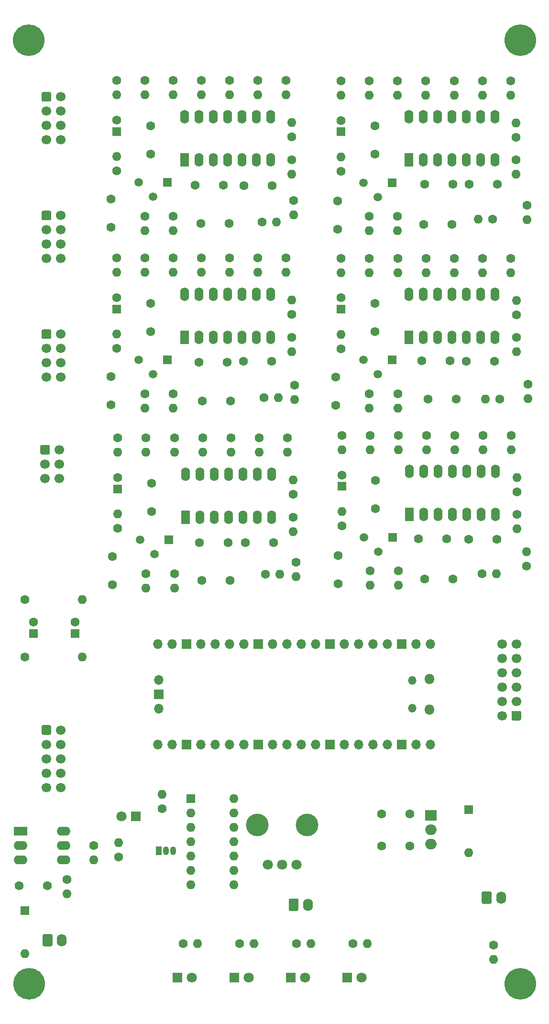
<source format=gbr>
%TF.GenerationSoftware,KiCad,Pcbnew,(5.1.7)-1*%
%TF.CreationDate,2023-03-08T08:19:23+00:00*%
%TF.ProjectId,KOSMO-POLY6-PICO-DCO-MB,4b4f534d-4f2d-4504-9f4c-59362d504943,v0.1.1*%
%TF.SameCoordinates,Original*%
%TF.FileFunction,Soldermask,Bot*%
%TF.FilePolarity,Negative*%
%FSLAX46Y46*%
G04 Gerber Fmt 4.6, Leading zero omitted, Abs format (unit mm)*
G04 Created by KiCad (PCBNEW (5.1.7)-1) date 2023-03-08 08:19:23*
%MOMM*%
%LPD*%
G01*
G04 APERTURE LIST*
%ADD10O,1.740000X2.190000*%
%ADD11C,1.600000*%
%ADD12O,1.700000X1.700000*%
%ADD13R,1.700000X1.700000*%
%ADD14O,1.800000X1.800000*%
%ADD15O,1.500000X1.500000*%
%ADD16C,1.700000*%
%ADD17O,1.600000X1.600000*%
%ADD18C,1.800000*%
%ADD19R,1.800000X1.800000*%
%ADD20R,1.600000X1.600000*%
%ADD21R,1.050000X1.500000*%
%ADD22O,1.050000X1.500000*%
%ADD23C,5.600000*%
%ADD24C,4.000000*%
%ADD25O,2.000000X1.905000*%
%ADD26R,2.000000X1.905000*%
%ADD27O,1.600000X2.400000*%
%ADD28R,1.600000X2.400000*%
%ADD29R,1.500000X1.500000*%
%ADD30C,1.500000*%
%ADD31O,2.400000X1.600000*%
%ADD32R,2.400000X1.600000*%
G04 APERTURE END LIST*
D10*
%TO.C,PG1*%
X95062000Y-176111000D03*
G36*
G01*
X91652000Y-176956001D02*
X91652000Y-175265999D01*
G75*
G02*
X91901999Y-175016000I249999J0D01*
G01*
X93142001Y-175016000D01*
G75*
G02*
X93392000Y-175265999I0J-249999D01*
G01*
X93392000Y-176956001D01*
G75*
G02*
X93142001Y-177206000I-249999J0D01*
G01*
X91901999Y-177206000D01*
G75*
G02*
X91652000Y-176956001I0J249999D01*
G01*
G37*
%TD*%
D11*
%TO.C,C41*%
X88963000Y-112015000D03*
X83963000Y-112015000D03*
%TD*%
%TO.C,C40*%
X128544000Y-111416000D03*
X123544000Y-111416000D03*
%TD*%
%TO.C,C39*%
X88661000Y-79943000D03*
X83661000Y-79943000D03*
%TD*%
%TO.C,C38*%
X128131000Y-79920000D03*
X123131000Y-79920000D03*
%TD*%
%TO.C,C37*%
X88711000Y-48888000D03*
X83711000Y-48888000D03*
%TD*%
%TO.C,C36*%
X128575000Y-48648000D03*
X123575000Y-48648000D03*
%TD*%
D12*
%TO.C,MCU1*%
X116712000Y-129983000D03*
X114172000Y-129983000D03*
D13*
X111632000Y-129983000D03*
D12*
X109092000Y-129983000D03*
X106552000Y-129983000D03*
X104012000Y-129983000D03*
X101472000Y-129983000D03*
D13*
X98932000Y-129983000D03*
D12*
X96392000Y-129983000D03*
X93852000Y-129983000D03*
X91312000Y-129983000D03*
X88772000Y-129983000D03*
D13*
X86232000Y-129983000D03*
D12*
X83692000Y-129983000D03*
X81152000Y-129983000D03*
X78612000Y-129983000D03*
X76072000Y-129983000D03*
D13*
X73532000Y-129983000D03*
D12*
X70992000Y-129983000D03*
X68452000Y-129983000D03*
X68452000Y-147763000D03*
X70992000Y-147763000D03*
D13*
X73532000Y-147763000D03*
D12*
X76072000Y-147763000D03*
X78612000Y-147763000D03*
X81152000Y-147763000D03*
X83692000Y-147763000D03*
D13*
X86232000Y-147763000D03*
D12*
X88772000Y-147763000D03*
X91312000Y-147763000D03*
X93852000Y-147763000D03*
X96392000Y-147763000D03*
D13*
X98932000Y-147763000D03*
D12*
X101472000Y-147763000D03*
X104012000Y-147763000D03*
X106552000Y-147763000D03*
X109092000Y-147763000D03*
D13*
X111632000Y-147763000D03*
D12*
X114172000Y-147763000D03*
X116712000Y-147763000D03*
D14*
X116582000Y-136148000D03*
X116582000Y-141598000D03*
D15*
X113552000Y-136448000D03*
X113552000Y-141298000D03*
D12*
X68682000Y-136333000D03*
D13*
X68682000Y-138873000D03*
D12*
X68682000Y-141413000D03*
%TD*%
D16*
%TO.C,MOD1*%
X129408000Y-129948000D03*
X129408000Y-132488000D03*
X129408000Y-135028000D03*
X129408000Y-137568000D03*
X129408000Y-140108000D03*
X129408000Y-142648000D03*
X131948000Y-129948000D03*
X131948000Y-132488000D03*
X131948000Y-135028000D03*
X131948000Y-137568000D03*
X131948000Y-140108000D03*
G36*
G01*
X132798000Y-142048000D02*
X132798000Y-143248000D01*
G75*
G02*
X132548000Y-143498000I-250000J0D01*
G01*
X131348000Y-143498000D01*
G75*
G02*
X131098000Y-143248000I0J250000D01*
G01*
X131098000Y-142048000D01*
G75*
G02*
X131348000Y-141798000I250000J0D01*
G01*
X132548000Y-141798000D01*
G75*
G02*
X132798000Y-142048000I0J-250000D01*
G01*
G37*
%TD*%
%TO.C,Power-OUT1*%
X51077000Y-100664000D03*
X51077000Y-98124000D03*
X51077000Y-95584000D03*
X48537000Y-100664000D03*
X48537000Y-98124000D03*
G36*
G01*
X47687000Y-96184000D02*
X47687000Y-94984000D01*
G75*
G02*
X47937000Y-94734000I250000J0D01*
G01*
X49137000Y-94734000D01*
G75*
G02*
X49387000Y-94984000I0J-250000D01*
G01*
X49387000Y-96184000D01*
G75*
G02*
X49137000Y-96434000I-250000J0D01*
G01*
X47937000Y-96434000D01*
G75*
G02*
X47687000Y-96184000I0J250000D01*
G01*
G37*
%TD*%
D17*
%TO.C,R93*%
X75540000Y-183000000D03*
D11*
X73000000Y-183000000D03*
%TD*%
D18*
%TO.C,D7*%
X74540000Y-189000000D03*
D19*
X72000000Y-189000000D03*
%TD*%
D17*
%TO.C,R91*%
X61574000Y-165130000D03*
D11*
X61574000Y-167670000D03*
%TD*%
D18*
%TO.C,D6*%
X62050000Y-160430000D03*
D19*
X64590000Y-160430000D03*
%TD*%
D17*
%TO.C,U9*%
X81981000Y-157289000D03*
X74361000Y-172529000D03*
X81981000Y-159829000D03*
X74361000Y-169989000D03*
X81981000Y-162369000D03*
X74361000Y-167449000D03*
X81981000Y-164909000D03*
X74361000Y-164909000D03*
X81981000Y-167449000D03*
X74361000Y-162369000D03*
X81981000Y-169989000D03*
X74361000Y-159829000D03*
X81981000Y-172529000D03*
D20*
X74361000Y-157289000D03*
%TD*%
D17*
%TO.C,R92*%
X69234000Y-156604000D03*
D11*
X69234000Y-159144000D03*
%TD*%
D21*
%TO.C,Q7*%
X68650000Y-166578000D03*
D22*
X71190000Y-166578000D03*
X69920000Y-166578000D03*
%TD*%
D10*
%TO.C,PWM_IN1*%
X129236000Y-174841000D03*
G36*
G01*
X125826000Y-175686001D02*
X125826000Y-173995999D01*
G75*
G02*
X126075999Y-173746000I249999J0D01*
G01*
X127316001Y-173746000D01*
G75*
G02*
X127566000Y-173995999I0J-249999D01*
G01*
X127566000Y-175686001D01*
G75*
G02*
X127316001Y-175936000I-249999J0D01*
G01*
X126075999Y-175936000D01*
G75*
G02*
X125826000Y-175686001I0J249999D01*
G01*
G37*
%TD*%
D16*
%TO.C,POWER1*%
X51299000Y-155339000D03*
X51299000Y-152799000D03*
X51299000Y-150259000D03*
X51299000Y-147719000D03*
X51299000Y-145179000D03*
X48759000Y-155339000D03*
X48759000Y-152799000D03*
X48759000Y-150259000D03*
X48759000Y-147719000D03*
G36*
G01*
X47909000Y-145779000D02*
X47909000Y-144579000D01*
G75*
G02*
X48159000Y-144329000I250000J0D01*
G01*
X49359000Y-144329000D01*
G75*
G02*
X49609000Y-144579000I0J-250000D01*
G01*
X49609000Y-145779000D01*
G75*
G02*
X49359000Y-146029000I-250000J0D01*
G01*
X48159000Y-146029000D01*
G75*
G02*
X47909000Y-145779000I0J250000D01*
G01*
G37*
%TD*%
%TO.C,RAMP1*%
X51299000Y-40773000D03*
X51299000Y-38233000D03*
X51299000Y-35693000D03*
X51299000Y-33153000D03*
X48759000Y-40773000D03*
X48759000Y-38233000D03*
X48759000Y-35693000D03*
G36*
G01*
X47909000Y-33753000D02*
X47909000Y-32553000D01*
G75*
G02*
X48159000Y-32303000I250000J0D01*
G01*
X49359000Y-32303000D01*
G75*
G02*
X49609000Y-32553000I0J-250000D01*
G01*
X49609000Y-33753000D01*
G75*
G02*
X49359000Y-34003000I-250000J0D01*
G01*
X48159000Y-34003000D01*
G75*
G02*
X47909000Y-33753000I0J250000D01*
G01*
G37*
%TD*%
D17*
%TO.C,R90*%
X105540000Y-183000000D03*
D11*
X103000000Y-183000000D03*
%TD*%
D17*
%TO.C,R89*%
X95540000Y-183000000D03*
D11*
X93000000Y-183000000D03*
%TD*%
D16*
%TO.C,PULSE1*%
X51299000Y-61773000D03*
X51299000Y-59233000D03*
X51299000Y-56693000D03*
X51299000Y-54153000D03*
X48759000Y-61773000D03*
X48759000Y-59233000D03*
X48759000Y-56693000D03*
G36*
G01*
X47909000Y-54753000D02*
X47909000Y-53553000D01*
G75*
G02*
X48159000Y-53303000I250000J0D01*
G01*
X49359000Y-53303000D01*
G75*
G02*
X49609000Y-53553000I0J-250000D01*
G01*
X49609000Y-54753000D01*
G75*
G02*
X49359000Y-55003000I-250000J0D01*
G01*
X48159000Y-55003000D01*
G75*
G02*
X47909000Y-54753000I0J250000D01*
G01*
G37*
%TD*%
D10*
%TO.C,MIDI_IN1*%
X51505000Y-182371000D03*
G36*
G01*
X48095000Y-183216001D02*
X48095000Y-181525999D01*
G75*
G02*
X48344999Y-181276000I249999J0D01*
G01*
X49585001Y-181276000D01*
G75*
G02*
X49835000Y-181525999I0J-249999D01*
G01*
X49835000Y-183216001D01*
G75*
G02*
X49585001Y-183466000I-249999J0D01*
G01*
X48344999Y-183466000D01*
G75*
G02*
X48095000Y-183216001I0J249999D01*
G01*
G37*
%TD*%
D23*
%TO.C,H4*%
X45674000Y-190089000D03*
%TD*%
%TO.C,H3*%
X132660000Y-190087000D03*
%TD*%
%TO.C,H2*%
X132662000Y-23093000D03*
%TD*%
%TO.C,H1*%
X45662000Y-23095000D03*
%TD*%
D16*
%TO.C,GATE1*%
X51299000Y-82773000D03*
X51299000Y-80233000D03*
X51299000Y-77693000D03*
X51299000Y-75153000D03*
X48759000Y-82773000D03*
X48759000Y-80233000D03*
X48759000Y-77693000D03*
G36*
G01*
X47909000Y-75753000D02*
X47909000Y-74553000D01*
G75*
G02*
X48159000Y-74303000I250000J0D01*
G01*
X49359000Y-74303000D01*
G75*
G02*
X49609000Y-74553000I0J-250000D01*
G01*
X49609000Y-75753000D01*
G75*
G02*
X49359000Y-76003000I-250000J0D01*
G01*
X48159000Y-76003000D01*
G75*
G02*
X47909000Y-75753000I0J250000D01*
G01*
G37*
%TD*%
D17*
%TO.C,FB2*%
X55142000Y-122122000D03*
D11*
X44982000Y-122122000D03*
%TD*%
D17*
%TO.C,FB1*%
X55142000Y-132259000D03*
D11*
X44982000Y-132259000D03*
%TD*%
D18*
%TO.C,D5*%
X104540000Y-189000000D03*
D19*
X102000000Y-189000000D03*
%TD*%
D18*
%TO.C,D4*%
X94540000Y-189000000D03*
D19*
X92000000Y-189000000D03*
%TD*%
D11*
%TO.C,C9*%
X53833000Y-126077000D03*
D20*
X53833000Y-128077000D03*
%TD*%
D11*
%TO.C,C8*%
X46445000Y-126077000D03*
D20*
X46445000Y-128077000D03*
%TD*%
D17*
%TO.C,R88*%
X85540000Y-183000000D03*
D11*
X83000000Y-183000000D03*
%TD*%
D17*
%TO.C,R87*%
X86412000Y-96045000D03*
D11*
X86412000Y-93505000D03*
%TD*%
D17*
%TO.C,R86*%
X81412000Y-96045000D03*
D11*
X81412000Y-93505000D03*
%TD*%
D17*
%TO.C,R85*%
X61412000Y-96045000D03*
D11*
X61412000Y-93505000D03*
%TD*%
D17*
%TO.C,R84*%
X66412000Y-96045000D03*
D11*
X66412000Y-93505000D03*
%TD*%
D17*
%TO.C,R83*%
X61412000Y-106965000D03*
D11*
X61412000Y-109505000D03*
%TD*%
D17*
%TO.C,R82*%
X71412000Y-96045000D03*
D11*
X71412000Y-93505000D03*
%TD*%
D17*
%TO.C,R81*%
X76412000Y-96045000D03*
D11*
X76412000Y-93505000D03*
%TD*%
D17*
%TO.C,R80*%
X91412000Y-96045000D03*
D11*
X91412000Y-93505000D03*
%TD*%
D17*
%TO.C,R79*%
X71412000Y-120045000D03*
D11*
X71412000Y-117505000D03*
%TD*%
D17*
%TO.C,R78*%
X90092000Y-117632000D03*
D11*
X87552000Y-117632000D03*
%TD*%
D17*
%TO.C,R77*%
X66412000Y-120045000D03*
D11*
X66412000Y-117505000D03*
%TD*%
D17*
%TO.C,R74*%
X92412000Y-110045000D03*
D11*
X92412000Y-107505000D03*
%TD*%
D17*
%TO.C,R73*%
X126052000Y-95600000D03*
D11*
X126052000Y-93060000D03*
%TD*%
D17*
%TO.C,R72*%
X121052000Y-95600000D03*
D11*
X121052000Y-93060000D03*
%TD*%
D17*
%TO.C,R71*%
X101052000Y-95600000D03*
D11*
X101052000Y-93060000D03*
%TD*%
D17*
%TO.C,R70*%
X106052000Y-95600000D03*
D11*
X106052000Y-93060000D03*
%TD*%
D17*
%TO.C,R69*%
X101052000Y-106520000D03*
D11*
X101052000Y-109060000D03*
%TD*%
D17*
%TO.C,R68*%
X111052000Y-95600000D03*
D11*
X111052000Y-93060000D03*
%TD*%
D17*
%TO.C,R67*%
X116052000Y-95600000D03*
D11*
X116052000Y-93060000D03*
%TD*%
D17*
%TO.C,R66*%
X131052000Y-95600000D03*
D11*
X131052000Y-93060000D03*
%TD*%
D17*
%TO.C,R65*%
X111052000Y-119600000D03*
D11*
X111052000Y-117060000D03*
%TD*%
D17*
%TO.C,R64*%
X128410000Y-117509000D03*
D11*
X125870000Y-117509000D03*
%TD*%
D17*
%TO.C,R63*%
X106052000Y-119600000D03*
D11*
X106052000Y-117060000D03*
%TD*%
D17*
%TO.C,R60*%
X132052000Y-109600000D03*
D11*
X132052000Y-107060000D03*
%TD*%
D17*
%TO.C,R59*%
X86218000Y-64226000D03*
D11*
X86218000Y-61686000D03*
%TD*%
D17*
%TO.C,R58*%
X81218000Y-64226000D03*
D11*
X81218000Y-61686000D03*
%TD*%
D17*
%TO.C,R57*%
X61218000Y-64226000D03*
D11*
X61218000Y-61686000D03*
%TD*%
D17*
%TO.C,R56*%
X66218000Y-64226000D03*
D11*
X66218000Y-61686000D03*
%TD*%
D17*
%TO.C,R55*%
X61218000Y-75146000D03*
D11*
X61218000Y-77686000D03*
%TD*%
D17*
%TO.C,R54*%
X71218000Y-64226000D03*
D11*
X71218000Y-61686000D03*
%TD*%
D17*
%TO.C,R53*%
X76218000Y-64226000D03*
D11*
X76218000Y-61686000D03*
%TD*%
D17*
%TO.C,R52*%
X91218000Y-64226000D03*
D11*
X91218000Y-61686000D03*
%TD*%
D17*
%TO.C,R51*%
X71218000Y-88226000D03*
D11*
X71218000Y-85686000D03*
%TD*%
D17*
%TO.C,R50*%
X89802000Y-86392000D03*
D11*
X87262000Y-86392000D03*
%TD*%
D17*
%TO.C,R49*%
X66218000Y-88226000D03*
D11*
X66218000Y-85686000D03*
%TD*%
D17*
%TO.C,R46*%
X92218000Y-78226000D03*
D11*
X92218000Y-75686000D03*
%TD*%
D17*
%TO.C,R45*%
X125950000Y-64238000D03*
D11*
X125950000Y-61698000D03*
%TD*%
D17*
%TO.C,R44*%
X120950000Y-64238000D03*
D11*
X120950000Y-61698000D03*
%TD*%
D17*
%TO.C,R43*%
X100950000Y-64238000D03*
D11*
X100950000Y-61698000D03*
%TD*%
D17*
%TO.C,R42*%
X105950000Y-64238000D03*
D11*
X105950000Y-61698000D03*
%TD*%
D17*
%TO.C,R41*%
X100950000Y-75158000D03*
D11*
X100950000Y-77698000D03*
%TD*%
D17*
%TO.C,R40*%
X110950000Y-64238000D03*
D11*
X110950000Y-61698000D03*
%TD*%
D17*
%TO.C,R39*%
X115950000Y-64238000D03*
D11*
X115950000Y-61698000D03*
%TD*%
D17*
%TO.C,R38*%
X130950000Y-64238000D03*
D11*
X130950000Y-61698000D03*
%TD*%
D17*
%TO.C,R37*%
X110950000Y-88238000D03*
D11*
X110950000Y-85698000D03*
%TD*%
D17*
%TO.C,R36*%
X134048000Y-86539000D03*
D11*
X134048000Y-83999000D03*
%TD*%
D17*
%TO.C,R35*%
X105950000Y-88238000D03*
D11*
X105950000Y-85698000D03*
%TD*%
D17*
%TO.C,R32*%
X131950000Y-78238000D03*
D11*
X131950000Y-75698000D03*
%TD*%
D17*
%TO.C,R31*%
X86190000Y-32799000D03*
D11*
X86190000Y-30259000D03*
%TD*%
D17*
%TO.C,R30*%
X81190000Y-32799000D03*
D11*
X81190000Y-30259000D03*
%TD*%
D17*
%TO.C,R29*%
X61190000Y-32799000D03*
D11*
X61190000Y-30259000D03*
%TD*%
D17*
%TO.C,R28*%
X66190000Y-32799000D03*
D11*
X66190000Y-30259000D03*
%TD*%
D17*
%TO.C,R27*%
X61190000Y-43719000D03*
D11*
X61190000Y-46259000D03*
%TD*%
D17*
%TO.C,R26*%
X71190000Y-32799000D03*
D11*
X71190000Y-30259000D03*
%TD*%
D17*
%TO.C,R25*%
X76190000Y-32799000D03*
D11*
X76190000Y-30259000D03*
%TD*%
D17*
%TO.C,R24*%
X91190000Y-32799000D03*
D11*
X91190000Y-30259000D03*
%TD*%
D17*
%TO.C,R23*%
X71190000Y-56799000D03*
D11*
X71190000Y-54259000D03*
%TD*%
D17*
%TO.C,R22*%
X89466000Y-55313000D03*
D11*
X86926000Y-55313000D03*
%TD*%
D17*
%TO.C,R21*%
X66190000Y-56799000D03*
D11*
X66190000Y-54259000D03*
%TD*%
D17*
%TO.C,R18*%
X92190000Y-46799000D03*
D11*
X92190000Y-44259000D03*
%TD*%
D17*
%TO.C,R17*%
X57101000Y-168177000D03*
D11*
X57101000Y-165637000D03*
%TD*%
D17*
%TO.C,R16*%
X52372000Y-174207000D03*
D11*
X52372000Y-171667000D03*
%TD*%
D17*
%TO.C,R15*%
X125942000Y-32859000D03*
D11*
X125942000Y-30319000D03*
%TD*%
D17*
%TO.C,R14*%
X120942000Y-32859000D03*
D11*
X120942000Y-30319000D03*
%TD*%
D17*
%TO.C,R13*%
X100942000Y-32859000D03*
D11*
X100942000Y-30319000D03*
%TD*%
D17*
%TO.C,R12*%
X105942000Y-32859000D03*
D11*
X105942000Y-30319000D03*
%TD*%
D17*
%TO.C,R11*%
X100942000Y-43779000D03*
D11*
X100942000Y-46319000D03*
%TD*%
D17*
%TO.C,R10*%
X110942000Y-32859000D03*
D11*
X110942000Y-30319000D03*
%TD*%
D17*
%TO.C,R9*%
X115942000Y-32859000D03*
D11*
X115942000Y-30319000D03*
%TD*%
D17*
%TO.C,R8*%
X130942000Y-32859000D03*
D11*
X130942000Y-30319000D03*
%TD*%
D17*
%TO.C,R7*%
X110942000Y-56859000D03*
D11*
X110942000Y-54319000D03*
%TD*%
D17*
%TO.C,R6*%
X133834000Y-54849000D03*
D11*
X133834000Y-52309000D03*
%TD*%
D17*
%TO.C,R5*%
X105942000Y-56859000D03*
D11*
X105942000Y-54319000D03*
%TD*%
D17*
%TO.C,R4*%
X127903000Y-185785000D03*
D11*
X127903000Y-183245000D03*
%TD*%
D17*
%TO.C,R1*%
X131942000Y-46859000D03*
D11*
X131942000Y-44319000D03*
%TD*%
D17*
%TO.C,R75*%
X92412000Y-100965000D03*
D11*
X92412000Y-103505000D03*
%TD*%
D17*
%TO.C,R61*%
X132052000Y-100520000D03*
D11*
X132052000Y-103060000D03*
%TD*%
D17*
%TO.C,R47*%
X92218000Y-69146000D03*
D11*
X92218000Y-71686000D03*
%TD*%
D17*
%TO.C,R33*%
X131950000Y-69158000D03*
D11*
X131950000Y-71698000D03*
%TD*%
D17*
%TO.C,R19*%
X92190000Y-37719000D03*
D11*
X92190000Y-40259000D03*
%TD*%
D17*
%TO.C,R2*%
X131942000Y-37779000D03*
D11*
X131942000Y-40319000D03*
%TD*%
D17*
%TO.C,R76*%
X92926000Y-118082000D03*
D11*
X92926000Y-115542000D03*
%TD*%
D17*
%TO.C,R62*%
X133762000Y-113612000D03*
D11*
X133762000Y-116152000D03*
%TD*%
D17*
%TO.C,R48*%
X92738000Y-86741000D03*
D11*
X92738000Y-84201000D03*
%TD*%
D17*
%TO.C,R34*%
X126481000Y-86627000D03*
D11*
X129021000Y-86627000D03*
%TD*%
D17*
%TO.C,R20*%
X92529000Y-54019000D03*
D11*
X92529000Y-51479000D03*
%TD*%
D17*
%TO.C,R3*%
X125254000Y-54771000D03*
D11*
X127794000Y-54771000D03*
%TD*%
D18*
%TO.C,PW_POT1*%
X93000000Y-169000000D03*
X90500000Y-169000000D03*
X88000000Y-169000000D03*
D24*
X94900000Y-162000000D03*
X86100000Y-162000000D03*
%TD*%
D18*
%TO.C,D3*%
X84540000Y-189000000D03*
D19*
X82000000Y-189000000D03*
%TD*%
D17*
%TO.C,D2*%
X123561000Y-166883000D03*
D20*
X123561000Y-159263000D03*
%TD*%
D25*
%TO.C,U1*%
X116841000Y-165411000D03*
X116841000Y-162871000D03*
D26*
X116841000Y-160331000D03*
%TD*%
D11*
%TO.C,C16*%
X116348000Y-86633000D03*
X121348000Y-86633000D03*
%TD*%
D27*
%TO.C,U8*%
X73412000Y-99885000D03*
X88652000Y-107505000D03*
X75952000Y-99885000D03*
X86112000Y-107505000D03*
X78492000Y-99885000D03*
X83572000Y-107505000D03*
X81032000Y-99885000D03*
X81032000Y-107505000D03*
X83572000Y-99885000D03*
X78492000Y-107505000D03*
X86112000Y-99885000D03*
X75952000Y-107505000D03*
X88652000Y-99885000D03*
D28*
X73412000Y-107505000D03*
%TD*%
D27*
%TO.C,U7*%
X113052000Y-99440000D03*
X128292000Y-107060000D03*
X115592000Y-99440000D03*
X125752000Y-107060000D03*
X118132000Y-99440000D03*
X123212000Y-107060000D03*
X120672000Y-99440000D03*
X120672000Y-107060000D03*
X123212000Y-99440000D03*
X118132000Y-107060000D03*
X125752000Y-99440000D03*
X115592000Y-107060000D03*
X128292000Y-99440000D03*
D28*
X113052000Y-107060000D03*
%TD*%
D27*
%TO.C,U6*%
X73218000Y-68066000D03*
X88458000Y-75686000D03*
X75758000Y-68066000D03*
X85918000Y-75686000D03*
X78298000Y-68066000D03*
X83378000Y-75686000D03*
X80838000Y-68066000D03*
X80838000Y-75686000D03*
X83378000Y-68066000D03*
X78298000Y-75686000D03*
X85918000Y-68066000D03*
X75758000Y-75686000D03*
X88458000Y-68066000D03*
D28*
X73218000Y-75686000D03*
%TD*%
D27*
%TO.C,U5*%
X112950000Y-68078000D03*
X128190000Y-75698000D03*
X115490000Y-68078000D03*
X125650000Y-75698000D03*
X118030000Y-68078000D03*
X123110000Y-75698000D03*
X120570000Y-68078000D03*
X120570000Y-75698000D03*
X123110000Y-68078000D03*
X118030000Y-75698000D03*
X125650000Y-68078000D03*
X115490000Y-75698000D03*
X128190000Y-68078000D03*
D28*
X112950000Y-75698000D03*
%TD*%
D29*
%TO.C,Q6*%
X70412000Y-111505000D03*
D30*
X65332000Y-111505000D03*
X67872000Y-114045000D03*
%TD*%
D29*
%TO.C,Q5*%
X110052000Y-111060000D03*
D30*
X104972000Y-111060000D03*
X107512000Y-113600000D03*
%TD*%
D29*
%TO.C,Q4*%
X70218000Y-79686000D03*
D30*
X65138000Y-79686000D03*
X67678000Y-82226000D03*
%TD*%
D29*
%TO.C,Q3*%
X109950000Y-79698000D03*
D30*
X104870000Y-79698000D03*
X107410000Y-82238000D03*
%TD*%
D11*
%TO.C,C35*%
X80891000Y-112055000D03*
X75891000Y-112055000D03*
%TD*%
%TO.C,C34*%
X61412000Y-100505000D03*
D20*
X61412000Y-102505000D03*
%TD*%
D11*
%TO.C,C33*%
X67412000Y-101505000D03*
X67412000Y-106505000D03*
%TD*%
%TO.C,C32*%
X60412000Y-114505000D03*
X60412000Y-119505000D03*
%TD*%
%TO.C,C31*%
X76265000Y-118747000D03*
X81265000Y-118747000D03*
%TD*%
%TO.C,C30*%
X119659000Y-111377000D03*
X114659000Y-111377000D03*
%TD*%
%TO.C,C29*%
X101052000Y-100060000D03*
D20*
X101052000Y-102060000D03*
%TD*%
D11*
%TO.C,C28*%
X107052000Y-101060000D03*
X107052000Y-106060000D03*
%TD*%
%TO.C,C27*%
X100442000Y-119280000D03*
X100442000Y-114280000D03*
%TD*%
%TO.C,C26*%
X115724000Y-118502000D03*
X120724000Y-118502000D03*
%TD*%
%TO.C,C25*%
X80776000Y-80089000D03*
X75776000Y-80089000D03*
%TD*%
%TO.C,C24*%
X61218000Y-68686000D03*
D20*
X61218000Y-70686000D03*
%TD*%
D11*
%TO.C,C23*%
X67218000Y-69686000D03*
X67218000Y-74686000D03*
%TD*%
%TO.C,C22*%
X60218000Y-82686000D03*
X60218000Y-87686000D03*
%TD*%
%TO.C,C21*%
X76361000Y-86939000D03*
X81361000Y-86939000D03*
%TD*%
%TO.C,C20*%
X120246000Y-79885000D03*
X115246000Y-79885000D03*
%TD*%
%TO.C,C19*%
X100950000Y-68698000D03*
D20*
X100950000Y-70698000D03*
%TD*%
D11*
%TO.C,C18*%
X106950000Y-69698000D03*
X106950000Y-74698000D03*
%TD*%
%TO.C,C17*%
X99950000Y-82698000D03*
X99950000Y-87698000D03*
%TD*%
D27*
%TO.C,U4*%
X73190000Y-36639000D03*
X88430000Y-44259000D03*
X75730000Y-36639000D03*
X85890000Y-44259000D03*
X78270000Y-36639000D03*
X83350000Y-44259000D03*
X80810000Y-36639000D03*
X80810000Y-44259000D03*
X83350000Y-36639000D03*
X78270000Y-44259000D03*
X85890000Y-36639000D03*
X75730000Y-44259000D03*
X88430000Y-36639000D03*
D28*
X73190000Y-44259000D03*
%TD*%
D29*
%TO.C,Q2*%
X70190000Y-48259000D03*
D30*
X65110000Y-48259000D03*
X67650000Y-50799000D03*
%TD*%
D11*
%TO.C,C15*%
X80095000Y-48763000D03*
X75095000Y-48763000D03*
%TD*%
%TO.C,C14*%
X61190000Y-37259000D03*
D20*
X61190000Y-39259000D03*
%TD*%
D11*
%TO.C,C13*%
X67190000Y-38259000D03*
X67190000Y-43259000D03*
%TD*%
%TO.C,C12*%
X60190000Y-51259000D03*
X60190000Y-56259000D03*
%TD*%
%TO.C,C11*%
X76140000Y-55597000D03*
X81140000Y-55597000D03*
%TD*%
D31*
%TO.C,U3*%
X51772000Y-163110000D03*
X44152000Y-168190000D03*
X51772000Y-165650000D03*
X44152000Y-165650000D03*
X51772000Y-168190000D03*
D32*
X44152000Y-163110000D03*
%TD*%
D17*
%TO.C,D1*%
X44929000Y-184789000D03*
D20*
X44929000Y-177169000D03*
%TD*%
D11*
%TO.C,C10*%
X43935000Y-172745000D03*
X48935000Y-172745000D03*
%TD*%
%TO.C,C7*%
X108125000Y-165695000D03*
X113125000Y-165695000D03*
%TD*%
%TO.C,C6*%
X113141000Y-160073000D03*
X108141000Y-160073000D03*
%TD*%
D27*
%TO.C,U2*%
X112942000Y-36699000D03*
X128182000Y-44319000D03*
X115482000Y-36699000D03*
X125642000Y-44319000D03*
X118022000Y-36699000D03*
X123102000Y-44319000D03*
X120562000Y-36699000D03*
X120562000Y-44319000D03*
X123102000Y-36699000D03*
X118022000Y-44319000D03*
X125642000Y-36699000D03*
X115482000Y-44319000D03*
X128182000Y-36699000D03*
D28*
X112942000Y-44319000D03*
%TD*%
D11*
%TO.C,C5*%
X120744000Y-48632000D03*
X115744000Y-48632000D03*
%TD*%
D29*
%TO.C,Q1*%
X109942000Y-48319000D03*
D30*
X104862000Y-48319000D03*
X107402000Y-50859000D03*
%TD*%
D11*
%TO.C,C4*%
X100942000Y-37319000D03*
D20*
X100942000Y-39319000D03*
%TD*%
D11*
%TO.C,C3*%
X106942000Y-38319000D03*
X106942000Y-43319000D03*
%TD*%
%TO.C,C2*%
X100332000Y-56539000D03*
X100332000Y-51539000D03*
%TD*%
%TO.C,C1*%
X115594000Y-55688000D03*
X120594000Y-55688000D03*
%TD*%
M02*

</source>
